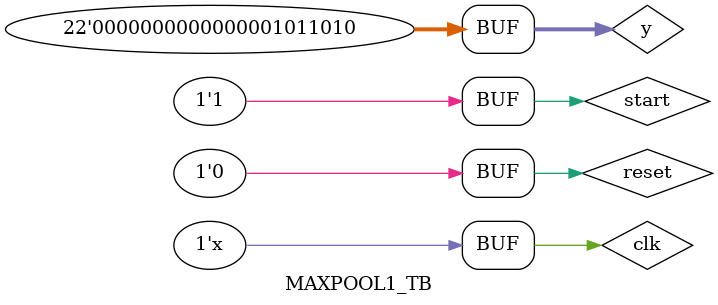
<source format=v>
`timescale 1ns / 1ps

module MAXPOOL1_TB;

	// Inputs
	reg [21:0] y;
	reg clk;
	reg start;
	reg reset;

	// Outputs
	wire [21:0] z;
	wire [3:0] mx_done;

	// Instantiate the Unit Under Test (UUT)
	MAXPOOL1 uut (
		.y(y), 
		.clk(clk), 
		.start(start), 
		.reset(reset),
		.mx_done(mx_done),
		.z(z)
	);

	initial begin
		// Initialize Inputs
		y = 0;
		clk = 0;
		start = 0;
		reset = 0;

		// Wait 100 ns for global reset to finish
		#50;
      reset = 1; 
		// Add stimulus here
		#100 reset = 0; start = 1; 
		    y = 15;  #50  y = 20;  #50  y = 25;  #50  y = 30; #50 y = 35; #50 y = 40; #50 y = 45; #50 y = 50; 
		#50 y = 55;  #50  y = 60;  #50  y = 65;  #50  y = 70; #50 y = 75; #50 y = 80; #50 y = 15; #50 y = 90; 
		#50 y = 100; #50  y = 120; #50  y = 125; #50 y = 30;  #50 y = 35; #50 y = 40; #50 y = 45; #50 y = 50; 
		#50 y = 55;  #50  y = 60;  #50  y = 65;  #50 y = 70;  #50 y = 75; #50 y = 80; #50 y = 85; #50 y = 90; 
		#50 y = 55;  #50  y = 60;  #50  y = 65;  #50  y = 70; #50 y = 75; #50 y = 80; #50 y = 15; #50 y = 90; 
		#50 y = 100; #50  y = 120; #50  y = 125; #50 y = 30;  #50 y = 35; #50 y = 40; #50 y = 45; #50 y = 50; 
		#50 y = 55;  #50  y = 60;  #50  y = 65;  #50 y = 70;  #50 y = 75; #50 y = 80; #50 y = 85; #50 y = 90;
		#50 y = 55;  #50  y = 60;  #50  y = 65;  #50  y = 70; #50 y = 75; #50 y = 80; #50 y = 15; #50 y = 90; 
		#50 y = 100; #50  y = 120; #50  y = 125; #50 y = 30;  #50 y = 35; #50 y = 40; #50 y = 45; #50 y = 1000; 
		#50 y = 55;  #50  y = 60;  #50  y = 65;  #50 y = 70;  #50 y = 75; #50 y = 80; #50 y = 85; #50 y = 90;
		#50 y = 55;  #50  y = 60;  #50  y = 65;  #50  y = 150; #50 y = 75; #50 y = 80; #50 y = 15; #50 y = 90; 
		#50 y = 100; #50  y = 120; #50  y = 125; #50 y = 30;  #50 y = 35; #50 y = 40; #50 y = 45; #50 y = 50; 
		#50 y = 55;  #50  y = 60;  #50  y = 65;  #50 y = 70;  #50 y = 75; #50 y = 80; #50 y = 85; #50 y = 90; //#10000 start = 0;
		
	end
	
	always #25 clk = ~clk;
      
endmodule


</source>
